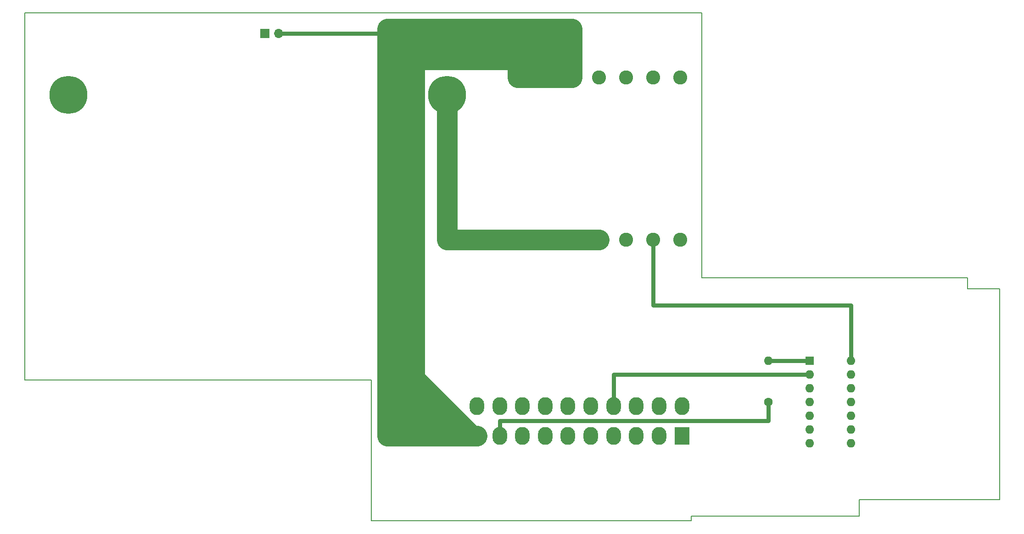
<source format=gtl>
G04 #@! TF.GenerationSoftware,KiCad,Pcbnew,(5.0.0-3-g5ebb6b6)*
G04 #@! TF.CreationDate,2018-12-23T11:03:37-08:00*
G04 #@! TF.ProjectId,PSU New,505355204E65772E6B696361645F7063,rev?*
G04 #@! TF.SameCoordinates,Original*
G04 #@! TF.FileFunction,Copper,L1,Top,Signal*
G04 #@! TF.FilePolarity,Positive*
%FSLAX46Y46*%
G04 Gerber Fmt 4.6, Leading zero omitted, Abs format (unit mm)*
G04 Created by KiCad (PCBNEW (5.0.0-3-g5ebb6b6)) date Sunday, December 23, 2018 at 11:03:37 AM*
%MOMM*%
%LPD*%
G01*
G04 APERTURE LIST*
G04 #@! TA.AperFunction,NonConductor*
%ADD10C,0.150000*%
G04 #@! TD*
G04 #@! TA.AperFunction,ComponentPad*
%ADD11C,7.000000*%
G04 #@! TD*
G04 #@! TA.AperFunction,ComponentPad*
%ADD12C,0.800000*%
G04 #@! TD*
G04 #@! TA.AperFunction,ComponentPad*
%ADD13C,2.600000*%
G04 #@! TD*
G04 #@! TA.AperFunction,ComponentPad*
%ADD14R,2.600000X2.600000*%
G04 #@! TD*
G04 #@! TA.AperFunction,ComponentPad*
%ADD15O,2.700000X3.300000*%
G04 #@! TD*
G04 #@! TA.AperFunction,ComponentPad*
%ADD16R,2.700000X3.300000*%
G04 #@! TD*
G04 #@! TA.AperFunction,ComponentPad*
%ADD17O,1.600000X1.600000*%
G04 #@! TD*
G04 #@! TA.AperFunction,ComponentPad*
%ADD18R,1.600000X1.600000*%
G04 #@! TD*
G04 #@! TA.AperFunction,ComponentPad*
%ADD19C,1.600000*%
G04 #@! TD*
G04 #@! TA.AperFunction,ComponentPad*
%ADD20O,1.700000X1.700000*%
G04 #@! TD*
G04 #@! TA.AperFunction,ComponentPad*
%ADD21R,1.700000X1.700000*%
G04 #@! TD*
G04 #@! TA.AperFunction,Conductor*
%ADD22C,0.250000*%
G04 #@! TD*
G04 #@! TA.AperFunction,Conductor*
%ADD23C,0.800000*%
G04 #@! TD*
G04 #@! TA.AperFunction,Conductor*
%ADD24C,3.800000*%
G04 #@! TD*
G04 #@! TA.AperFunction,Conductor*
%ADD25C,3.500000*%
G04 #@! TD*
G04 APERTURE END LIST*
D10*
X179000000Y-143000000D02*
X179000000Y-143900000D01*
X179000000Y-143000000D02*
X210000000Y-143000000D01*
X230000000Y-101000000D02*
X235900000Y-101000000D01*
X230000000Y-99000000D02*
X230000000Y-101000000D01*
X210000000Y-140000000D02*
X210000000Y-143000000D01*
X210000000Y-140000000D02*
X235900000Y-140000000D01*
X235900000Y-101000000D02*
X235900000Y-140000000D01*
X181000000Y-99000000D02*
X230000000Y-99000000D01*
X56100000Y-117900000D02*
X120000000Y-117900000D01*
X120000000Y-117900000D02*
X120000000Y-143900000D01*
X56100000Y-50100000D02*
X181000000Y-50100000D01*
X181000000Y-50100000D02*
X181000000Y-99000000D01*
X56100000Y-50100000D02*
X56100000Y-117900000D01*
X120000000Y-143900000D02*
X179000000Y-143900000D01*
D11*
G04 #@! TO.P,REF\002A\002A,1*
G04 #@! TO.N,N/C*
X134025000Y-65175000D03*
D12*
X136650000Y-65175000D03*
X135881155Y-67031155D03*
X134025000Y-67800000D03*
X132168845Y-67031155D03*
X131400000Y-65175000D03*
X132168845Y-63318845D03*
X134025000Y-62550000D03*
X135881155Y-63318845D03*
G04 #@! TD*
D13*
G04 #@! TO.P,REF\002A\002A,7*
G04 #@! TO.N,N/C*
X177000000Y-92000000D03*
G04 #@! TO.P,REF\002A\002A,6*
X172000000Y-92000000D03*
G04 #@! TO.P,REF\002A\002A,5*
X167000000Y-92000000D03*
G04 #@! TO.P,REF\002A\002A,4*
X162000000Y-92000000D03*
G04 #@! TO.P,REF\002A\002A,3*
X157000000Y-92000000D03*
G04 #@! TO.P,REF\002A\002A,2*
X152000000Y-92000000D03*
D14*
G04 #@! TO.P,REF\002A\002A,1*
X147000000Y-92000000D03*
G04 #@! TD*
D15*
G04 #@! TO.P,PicoPSU,20*
G04 #@! TO.N,N/C*
X139500000Y-122700000D03*
G04 #@! TO.P,PicoPSU,19*
X143700000Y-122700000D03*
G04 #@! TO.P,PicoPSU,18*
X147900000Y-122700000D03*
G04 #@! TO.P,PicoPSU,17*
X152100000Y-122700000D03*
G04 #@! TO.P,PicoPSU,16*
X156300000Y-122700000D03*
G04 #@! TO.P,PicoPSU,15*
X160500000Y-122700000D03*
G04 #@! TO.P,PicoPSU,14*
X164700000Y-122700000D03*
G04 #@! TO.P,PicoPSU,13*
X168900000Y-122700000D03*
G04 #@! TO.P,PicoPSU,12*
X173100000Y-122700000D03*
G04 #@! TO.P,PicoPSU,11*
X177300000Y-122700000D03*
G04 #@! TO.P,PicoPSU,10*
X139500000Y-128200000D03*
G04 #@! TO.P,PicoPSU,9*
X143700000Y-128200000D03*
G04 #@! TO.P,PicoPSU,8*
X147900000Y-128200000D03*
G04 #@! TO.P,PicoPSU,7*
X152100000Y-128200000D03*
G04 #@! TO.P,PicoPSU,6*
X156300000Y-128200000D03*
G04 #@! TO.P,PicoPSU,5*
X160500000Y-128200000D03*
G04 #@! TO.P,PicoPSU,4*
X164700000Y-128200000D03*
G04 #@! TO.P,PicoPSU,3*
X168900000Y-128200000D03*
G04 #@! TO.P,PicoPSU,2*
X173100000Y-128200000D03*
D16*
G04 #@! TO.P,PicoPSU,1*
X177300000Y-128200000D03*
G04 #@! TD*
D17*
G04 #@! TO.P,74LS04,14*
G04 #@! TO.N,N/C*
X208520000Y-114280000D03*
G04 #@! TO.P,74LS04,7*
X200900000Y-129520000D03*
G04 #@! TO.P,74LS04,13*
X208520000Y-116820000D03*
G04 #@! TO.P,74LS04,6*
X200900000Y-126980000D03*
G04 #@! TO.P,74LS04,12*
X208520000Y-119360000D03*
G04 #@! TO.P,74LS04,5*
X200900000Y-124440000D03*
G04 #@! TO.P,74LS04,11*
X208520000Y-121900000D03*
G04 #@! TO.P,74LS04,4*
X200900000Y-121900000D03*
G04 #@! TO.P,74LS04,10*
X208520000Y-124440000D03*
G04 #@! TO.P,74LS04,3*
X200900000Y-119360000D03*
G04 #@! TO.P,74LS04,9*
X208520000Y-126980000D03*
G04 #@! TO.P,74LS04,2*
X200900000Y-116820000D03*
G04 #@! TO.P,74LS04,8*
X208520000Y-129520000D03*
D18*
G04 #@! TO.P,74LS04,1*
X200900000Y-114280000D03*
G04 #@! TD*
D17*
G04 #@! TO.P,4.7K,2*
G04 #@! TO.N,N/C*
X193228734Y-114280000D03*
D19*
G04 #@! TO.P,4.7K,1*
X193228734Y-121900000D03*
G04 #@! TD*
D20*
G04 #@! TO.P,Fan,2*
G04 #@! TO.N,N/C*
X102908100Y-53908960D03*
D21*
G04 #@! TO.P,Fan,1*
X100368100Y-53908960D03*
G04 #@! TD*
D14*
G04 #@! TO.P,REF\002A\002A,1*
G04 #@! TO.N,N/C*
X147000000Y-62000000D03*
D13*
G04 #@! TO.P,REF\002A\002A,2*
X152000000Y-62000000D03*
G04 #@! TO.P,REF\002A\002A,3*
X157000000Y-62000000D03*
G04 #@! TO.P,REF\002A\002A,4*
X162000000Y-62000000D03*
G04 #@! TO.P,REF\002A\002A,5*
X167000000Y-62000000D03*
G04 #@! TO.P,REF\002A\002A,6*
X172000000Y-62000000D03*
G04 #@! TO.P,REF\002A\002A,7*
X177000000Y-62000000D03*
G04 #@! TD*
D12*
G04 #@! TO.P,REF\002A\002A,1*
G04 #@! TO.N,N/C*
X66031155Y-63318845D03*
X64175000Y-62550000D03*
X62318845Y-63318845D03*
X61550000Y-65175000D03*
X62318845Y-67031155D03*
X64175000Y-67800000D03*
X66031155Y-67031155D03*
X66800000Y-65175000D03*
D11*
X64175000Y-65175000D03*
G04 #@! TD*
D22*
G04 #@! TO.N,*
X193363925Y-114280000D02*
X193228734Y-114144809D01*
D23*
X200900000Y-114280000D02*
X193100000Y-114280000D01*
X172000000Y-92000000D02*
X172000000Y-104100000D01*
D22*
X172000000Y-104000000D02*
X172100000Y-104100000D01*
D23*
X172000000Y-104100000D02*
X208520000Y-104100000D01*
X208520000Y-104100000D02*
X208520000Y-114280000D01*
D22*
X208600000Y-104100000D02*
X208520000Y-104180000D01*
D23*
X200900000Y-116820000D02*
X164700000Y-116820000D01*
X164700000Y-116820000D02*
X164700000Y-122700000D01*
X143700000Y-128200000D02*
X143700000Y-125450000D01*
X143700000Y-125450000D02*
X193228734Y-125450000D01*
X193228734Y-125450000D02*
X193228734Y-121900000D01*
D22*
X193200000Y-125400000D02*
X193228734Y-125371266D01*
D24*
X134025000Y-92000000D02*
X134025000Y-65175000D01*
D22*
X134300000Y-92000000D02*
X134025000Y-91725000D01*
D24*
X162000000Y-92000000D02*
X134025000Y-92000000D01*
X139500000Y-128200000D02*
X123000000Y-128200000D01*
D25*
X152000000Y-53000000D02*
X152000000Y-62000000D01*
D22*
X151900000Y-54900000D02*
X152000000Y-55000000D01*
D24*
X157000000Y-62000000D02*
X157000000Y-53000000D01*
X147000000Y-62000000D02*
X147000000Y-53000000D01*
D22*
X147000000Y-55900000D02*
X146900000Y-55800000D01*
D25*
X123000000Y-55800000D02*
X157000000Y-55800000D01*
D24*
X123000000Y-53000000D02*
X157000000Y-53000000D01*
X123000000Y-128200000D02*
X123000000Y-53000000D01*
X127500000Y-121600000D02*
X133500000Y-127600000D01*
D23*
X102908100Y-53908960D02*
X122091040Y-53908960D01*
D24*
X157000000Y-62000000D02*
X147000000Y-62000000D01*
D25*
X157000000Y-58800000D02*
X147000000Y-58800000D01*
X123000000Y-58900000D02*
X157000000Y-58900000D01*
X125700000Y-128200000D02*
X125700000Y-53000000D01*
D24*
X128000000Y-128200000D02*
X128000000Y-53000000D01*
X128300000Y-117900000D02*
X138300000Y-127900000D01*
G04 #@! TD*
M02*

</source>
